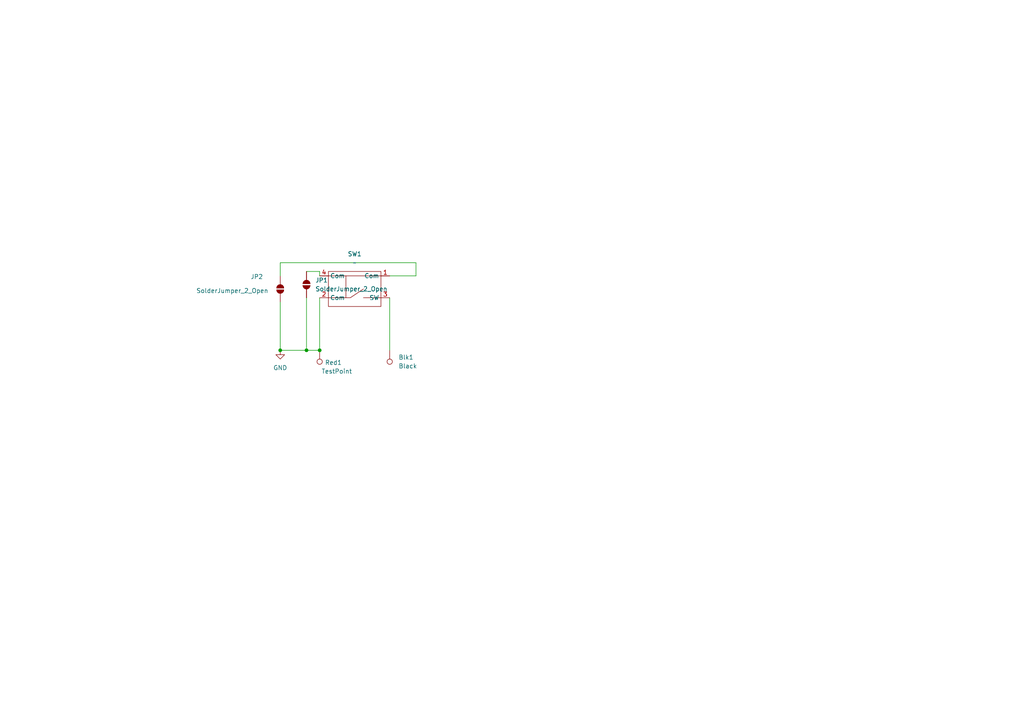
<source format=kicad_sch>
(kicad_sch (version 20250114) (generator "eeschema") (generator_version "9.0")
  (paper "A4")
  (lib_symbols
    (symbol "Connector:TestPoint" (pin_numbers (hide yes)) (pin_names (offset 0.762) (hide yes))
      (property "Reference" "TP" (at 0 6.858 0))
      (property "Value" "TestPoint" (at 0 5.08 0))
      (symbol "TestPoint_0_1"
        (circle (center 0 3.302) (radius 0.762))
      )
      (symbol "TestPoint_1_1"
        (pin passive line (at 0 0 90) (length 2.54) (name "1") (number "1"))
      )
    )
    (symbol "Jumper:SolderJumper_2_Open" (pin_numbers (hide yes)) (pin_names (offset 0) (hide yes)) (in_bom no)
      (property "Reference" "JP" (at 0 2.032 0))
      (property "Value" "SolderJumper_2_Open" (at 0 -2.54 0))
      (symbol "SolderJumper_2_Open_0_1"
        (polyline (pts (xy -0.254 1.016) (xy -0.254 -1.016)))
        (arc (start -0.254 -1.016) (mid -1.2656 0) (end -0.254 1.016))
        (arc (start -0.254 -1.016) (mid -1.2656 0) (end -0.254 1.016) (fill (type outline)))
        (arc (start 0.254 1.016) (mid 1.2656 0) (end 0.254 -1.016))
        (arc (start 0.254 1.016) (mid 1.2656 0) (end 0.254 -1.016) (fill (type outline)))
        (polyline (pts (xy 0.254 1.016) (xy 0.254 -1.016)))
      )
      (symbol "SolderJumper_2_Open_1_1"
        (pin passive line (at -3.81 0 0) (length 2.54) (name "A") (number "1"))
        (pin passive line (at 3.81 0 180) (length 2.54) (name "B") (number "2"))
      )
    )
    (symbol "Tims Symbols:ESE31R11T"
      (property "Reference" "SW" (at 0 1.524 0))
      (symbol "ESE31R11T_0_1"
        (rectangle (start -7.62 0) (end 7.62 -10.16))
        (polyline (pts (xy -7.62 -7.62) (xy -2.54 -7.62) (xy -2.54 -1.27)))
        (polyline (pts (xy -2.54 -7.62) (xy -1.27 -7.62) (xy 2.54 -5.08)))
        (polyline (pts (xy 7.62 -1.27) (xy -7.62 -1.27)))
        (polyline (pts (xy 7.62 -7.62) (xy 2.54 -7.62)))
      )
      (symbol "ESE31R11T_1_1"
        (pin input line (at -10.16 -1.27 0) (length 2.54) (name "Com") (number "4"))
        (pin input line (at -10.16 -7.62 0) (length 2.54) (name "Com") (number "2"))
        (pin input line (at 10.16 -1.27 180) (length 2.54) (name "Com") (number "1"))
        (pin output line (at 10.16 -7.62 180) (length 2.54) (name "SW") (number "3"))
      )
    )
    (symbol "power:GND" (power) (pin_numbers (hide yes)) (pin_names (offset 0) (hide yes))
      (property "Value" "GND" (at 0 -3.81 0))
      (symbol "GND_0_1"
        (polyline (pts (xy 0 0) (xy 0 -1.27) (xy 1.27 -1.27) (xy 0 -2.54) (xy -1.27 -1.27) (xy 0 -1.27)))
      )
      (symbol "GND_1_1"
        (pin power_in line (at 0 0 270) (length 0) (name "~") (number "1"))
      )
    )
  )
  (junction (at 88.9 101.6))
  (junction (at 92.71 101.6))
  (junction (at 81.28 101.6))
  (wire (pts (xy 120.65 80.01) (xy 120.65 76.2)))
  (wire (pts (xy 120.65 80.01) (xy 113.03 80.01)))
  (wire (pts (xy 92.71 86.36) (xy 92.71 101.6)))
  (wire (pts (xy 81.28 76.2) (xy 81.28 80.01)))
  (wire (pts (xy 88.9 86.36) (xy 88.9 101.6)))
  (wire (pts (xy 113.03 86.36) (xy 113.03 101.6)))
  (wire (pts (xy 92.71 80.01) (xy 92.71 78.74)))
  (wire (pts (xy 92.71 101.6) (xy 88.9 101.6)))
  (wire (pts (xy 92.71 78.74) (xy 88.9 78.74)))
  (wire (pts (xy 81.28 76.2) (xy 120.65 76.2)))
  (wire (pts (xy 81.28 101.6) (xy 88.9 101.6)))
  (wire (pts (xy 81.28 87.63) (xy 81.28 101.6)))
  (symbol (lib_id "Jumper:SolderJumper_2_Open") (at 81.28 83.82 90) (unit 1) (in_bom no)
    (property "Reference" "JP2" (at 72.644 80.264 90) (effects (justify right)))
    (property "Value" "SolderJumper_2_Open" (at 56.896 84.328 90) (effects (justify right)))
    (property "Footprint" "Jumper:SolderJumper-2_P1.3mm_Open_RoundedPad1.0x1.5mm" (effects (hide yes)))
    (property "Description" "Solder Jumper, 2-pole, open" (effects (hide yes)))
  )
  (symbol (lib_id "Connector:TestPoint") (at 113.03 101.6 180) (unit 1)
    (property "Reference" "Blk1" (at 115.57 103.6319 0) (effects (justify right)))
    (property "Value" "Black" (at 115.57 106.1719 0) (effects (justify right)))
    (property "Footprint" "TestPoint:TestPoint_Pad_D1.5mm" (effects (hide yes)))
    (property "Description" "test point" (effects (hide yes)))
  )
  (symbol (lib_id "Tims Symbols:ESE31R11T") (at 102.87 78.74 0) (unit 1)
    (property "Reference" "SW1" (at 102.87 73.66 0))
    (property "Value" "~" (at 102.87 76.2 0))
    (property "Footprint" "Tims_Library:ESE31R11T" (effects (hide yes)))
  )
  (symbol (lib_id "Jumper:SolderJumper_2_Open") (at 88.9 82.55 90) (unit 1) (in_bom no)
    (property "Reference" "JP1" (at 91.44 81.2799 90) (effects (justify right)))
    (property "Value" "SolderJumper_2_Open" (at 91.44 83.8199 90) (effects (justify right)))
    (property "Footprint" "Jumper:SolderJumper-2_P1.3mm_Open_RoundedPad1.0x1.5mm" (effects (hide yes)))
    (property "Description" "Solder Jumper, 2-pole, open" (effects (hide yes)))
  )
  (symbol (lib_id "Connector:TestPoint") (at 92.71 101.6 180) (unit 1)
    (property "Reference" "Red1" (at 94.234 105.156 0) (effects (justify right)))
    (property "Value" "TestPoint" (at 93.218 107.696 0) (effects (justify right)))
    (property "Footprint" "TestPoint:TestPoint_Pad_D1.5mm" (effects (hide yes)))
    (property "Description" "test point" (effects (hide yes)))
  )
  (symbol (lib_id "power:GND") (at 81.28 101.6 0) (unit 1)
    (property "Reference" "#PWR01" (effects (hide yes)))
    (property "Value" "GND" (at 81.28 106.68 0))
    (property "Description" "Power symbol creates a global label with name \"GND\" , ground" (effects (hide yes)))
  )
)
</source>
